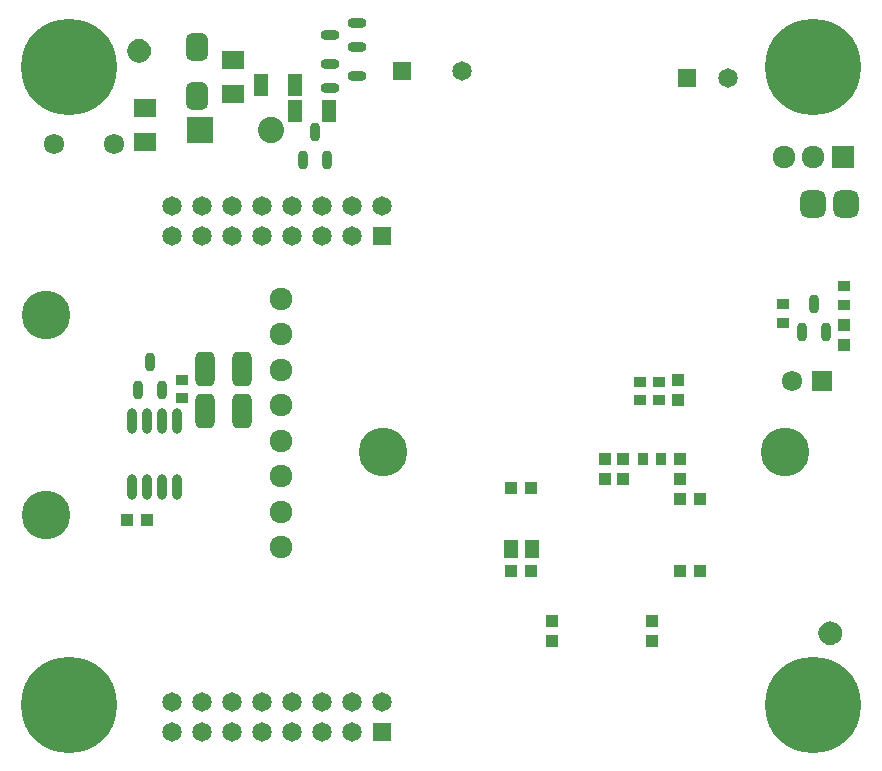
<source format=gbs>
G04 Layer_Color=16711935*
%FSLAX24Y24*%
%MOIN*%
G70*
G01*
G75*
%ADD79R,0.0441X0.0402*%
%ADD80R,0.0323X0.0402*%
%ADD81R,0.0402X0.0323*%
%ADD82R,0.0402X0.0441*%
%ADD89R,0.0461X0.0736*%
%ADD94C,0.0520*%
%ADD95R,0.0756X0.0598*%
G04:AMPARAMS|DCode=100|XSize=91.3mil|YSize=73.6mil|CornerRadius=19.6mil|HoleSize=0mil|Usage=FLASHONLY|Rotation=270.000|XOffset=0mil|YOffset=0mil|HoleType=Round|Shape=RoundedRectangle|*
%AMROUNDEDRECTD100*
21,1,0.0913,0.0344,0,0,270.0*
21,1,0.0522,0.0736,0,0,270.0*
1,1,0.0392,-0.0172,-0.0261*
1,1,0.0392,-0.0172,0.0261*
1,1,0.0392,0.0172,0.0261*
1,1,0.0392,0.0172,-0.0261*
%
%ADD100ROUNDEDRECTD100*%
%ADD110C,0.0647*%
%ADD111R,0.0647X0.0647*%
%ADD112C,0.1622*%
%ADD113C,0.3197*%
%ADD114C,0.0756*%
%ADD115R,0.0756X0.0756*%
%ADD116C,0.0677*%
%ADD117R,0.0874X0.0874*%
%ADD118C,0.0874*%
%ADD119R,0.0677X0.0677*%
%ADD120O,0.0343X0.0847*%
G04:AMPARAMS|DCode=121|XSize=83.5mil|YSize=91.3mil|CornerRadius=22mil|HoleSize=0mil|Usage=FLASHONLY|Rotation=0.000|XOffset=0mil|YOffset=0mil|HoleType=Round|Shape=RoundedRectangle|*
%AMROUNDEDRECTD121*
21,1,0.0835,0.0472,0,0,0.0*
21,1,0.0394,0.0913,0,0,0.0*
1,1,0.0441,0.0197,-0.0236*
1,1,0.0441,-0.0197,-0.0236*
1,1,0.0441,-0.0197,0.0236*
1,1,0.0441,0.0197,0.0236*
%
%ADD121ROUNDEDRECTD121*%
%ADD122O,0.0638X0.0328*%
%ADD123O,0.0328X0.0638*%
%ADD124R,0.0500X0.0618*%
G04:AMPARAMS|DCode=125|XSize=115mil|YSize=63.8mil|CornerRadius=17.1mil|HoleSize=0mil|Usage=FLASHONLY|Rotation=270.000|XOffset=0mil|YOffset=0mil|HoleType=Round|Shape=RoundedRectangle|*
%AMROUNDEDRECTD125*
21,1,0.1150,0.0295,0,0,270.0*
21,1,0.0807,0.0638,0,0,270.0*
1,1,0.0343,-0.0148,-0.0404*
1,1,0.0343,-0.0148,0.0404*
1,1,0.0343,0.0148,0.0404*
1,1,0.0343,0.0148,-0.0404*
%
%ADD125ROUNDEDRECTD125*%
G36*
X33400Y44695D02*
X33496Y44655D01*
X33578Y44592D01*
X33641Y44510D01*
X33681Y44414D01*
X33694Y44311D01*
X33681Y44208D01*
X33641Y44112D01*
X33578Y44030D01*
X33496Y43967D01*
X33400Y43927D01*
X33297Y43914D01*
X33194Y43927D01*
X33099Y43967D01*
X33016Y44030D01*
X32953Y44112D01*
X32914Y44208D01*
X32900Y44311D01*
X32914Y44414D01*
X32953Y44510D01*
X33016Y44592D01*
X33099Y44655D01*
X33194Y44695D01*
X33297Y44708D01*
X33400Y44695D01*
D02*
G37*
G36*
X56441Y25285D02*
X56537Y25245D01*
X56619Y25182D01*
X56682Y25100D01*
X56722Y25004D01*
X56736Y24902D01*
X56722Y24799D01*
X56682Y24703D01*
X56619Y24621D01*
X56537Y24558D01*
X56441Y24518D01*
X56339Y24504D01*
X56236Y24518D01*
X56140Y24558D01*
X56058Y24621D01*
X55995Y24703D01*
X55955Y24799D01*
X55941Y24902D01*
X55955Y25004D01*
X55995Y25100D01*
X56058Y25182D01*
X56140Y25245D01*
X56236Y25285D01*
X56339Y25299D01*
X56441Y25285D01*
D02*
G37*
D79*
X33563Y28661D02*
D03*
X32894D02*
D03*
X46358Y26988D02*
D03*
X45689D02*
D03*
X46368Y29744D02*
D03*
X45699D02*
D03*
X51319Y29360D02*
D03*
X51988D02*
D03*
X51319Y26988D02*
D03*
X51988D02*
D03*
D80*
X50099Y30719D02*
D03*
X50709D02*
D03*
D81*
X50010Y33287D02*
D03*
Y32677D02*
D03*
X50620Y32677D02*
D03*
Y33287D02*
D03*
X54764Y35256D02*
D03*
Y35866D02*
D03*
X56811Y36466D02*
D03*
Y35856D02*
D03*
X34715Y32736D02*
D03*
Y33346D02*
D03*
D82*
X51260Y33346D02*
D03*
Y32677D02*
D03*
X56812Y34508D02*
D03*
Y35177D02*
D03*
X50413Y25305D02*
D03*
Y24636D02*
D03*
X47067Y25295D02*
D03*
Y24626D02*
D03*
X49439Y30049D02*
D03*
Y30719D02*
D03*
X48829Y30049D02*
D03*
Y30719D02*
D03*
X51319Y30049D02*
D03*
Y30719D02*
D03*
D89*
X39646Y42303D02*
D03*
X38504D02*
D03*
X37362Y43179D02*
D03*
X38504D02*
D03*
D94*
X56339Y24902D02*
D03*
X33297Y44311D02*
D03*
D95*
X36437Y44006D02*
D03*
Y42864D02*
D03*
X33484Y42402D02*
D03*
Y41260D02*
D03*
D100*
X35217Y42815D02*
D03*
Y44429D02*
D03*
D110*
X40395Y21613D02*
D03*
X39395D02*
D03*
X37395D02*
D03*
X36395D02*
D03*
X34395D02*
D03*
X40395Y22613D02*
D03*
X39395D02*
D03*
X37395D02*
D03*
X36395D02*
D03*
X34395D02*
D03*
X38395Y21613D02*
D03*
X35395D02*
D03*
X41395Y22613D02*
D03*
X38395D02*
D03*
X35395D02*
D03*
X52943Y43406D02*
D03*
X40395Y38148D02*
D03*
X39395D02*
D03*
X37395D02*
D03*
X36395D02*
D03*
X34395D02*
D03*
X40395Y39148D02*
D03*
X39395D02*
D03*
X37395D02*
D03*
X36395D02*
D03*
X34395D02*
D03*
X38395Y38148D02*
D03*
X35395D02*
D03*
X41395Y39148D02*
D03*
X38395D02*
D03*
X35395D02*
D03*
X44057Y43642D02*
D03*
D111*
X41395Y21613D02*
D03*
X51565Y43406D02*
D03*
X41395Y38148D02*
D03*
X42057Y43642D02*
D03*
D112*
X30187Y28829D02*
D03*
Y35511D02*
D03*
X41435Y30944D02*
D03*
X54820D02*
D03*
D113*
X30962Y43778D02*
D03*
Y22518D02*
D03*
X55765D02*
D03*
Y43778D02*
D03*
D114*
Y40786D02*
D03*
X54781D02*
D03*
X38022Y34862D02*
D03*
Y33681D02*
D03*
Y36043D02*
D03*
Y32500D02*
D03*
Y31319D02*
D03*
Y30138D02*
D03*
Y28957D02*
D03*
Y27776D02*
D03*
D115*
X56750Y40786D02*
D03*
D116*
X32450Y41200D02*
D03*
X30450D02*
D03*
X55073Y33307D02*
D03*
D117*
X35335Y41663D02*
D03*
D118*
X37697D02*
D03*
D119*
X56073Y33307D02*
D03*
D120*
X33567Y31964D02*
D03*
Y29764D02*
D03*
X33067Y31964D02*
D03*
Y29764D02*
D03*
X34567Y31964D02*
D03*
X34067D02*
D03*
Y29764D02*
D03*
X34567D02*
D03*
D121*
X55758Y39222D02*
D03*
X56858D02*
D03*
D122*
X40566Y45226D02*
D03*
Y44426D02*
D03*
X39656Y44826D02*
D03*
X39651Y43081D02*
D03*
Y43881D02*
D03*
X40561Y43481D02*
D03*
D123*
X39547Y40684D02*
D03*
X38747D02*
D03*
X39147Y41594D02*
D03*
X55394Y34956D02*
D03*
X56194D02*
D03*
X55794Y35866D02*
D03*
X34075Y33017D02*
D03*
X33275D02*
D03*
X33675Y33927D02*
D03*
D124*
X46398Y27707D02*
D03*
X45689D02*
D03*
D125*
X35482Y32293D02*
D03*
X36742D02*
D03*
X35482Y33691D02*
D03*
X36742D02*
D03*
M02*

</source>
